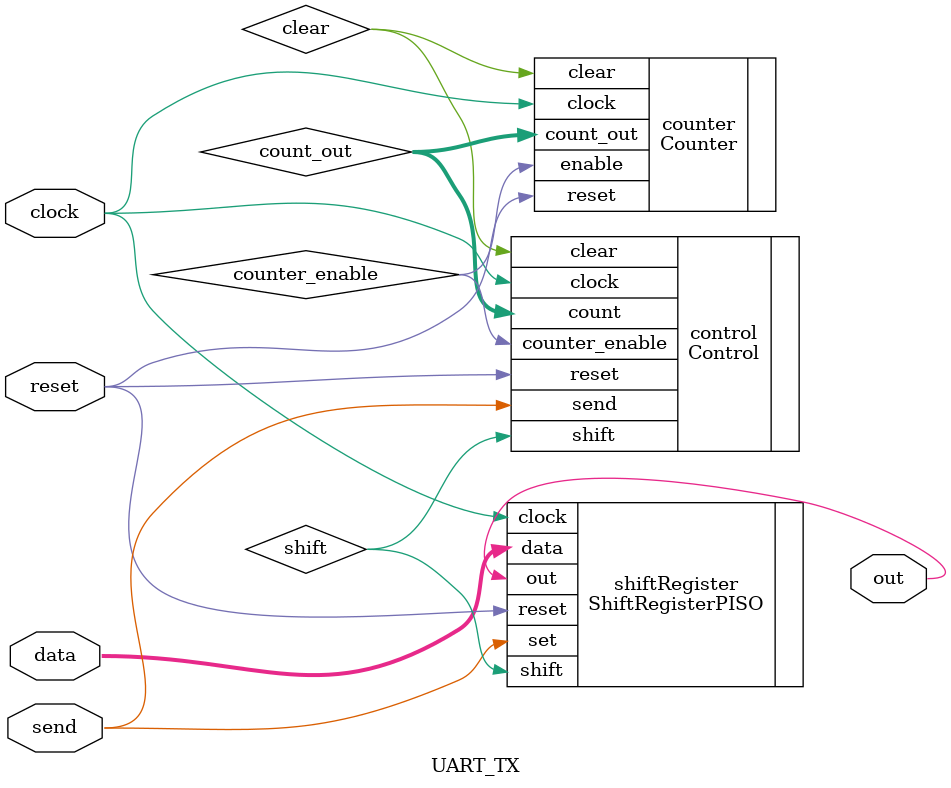
<source format=v>
`include "control.v"
`include "shift_register_PISO.v"
`include "../ReusableComponents/counter.v"

module UART_TX(
    input send,
    input [7:0] data,
    input reset,
    input clock,
    output out
);

wire clear;
wire counter_enable;
wire receive;
wire shift;
wire [15:0] count_out;

Counter #(16) counter (.clock(clock), .enable(counter_enable), .reset(reset), .clear(clear), .count_out(count_out));

ShiftRegisterPISO #(8) shiftRegister(.clock(clock), .reset(reset), .set(send), .shift(shift), .data(data), .out(out));

Control #(16, 8, 8) control(.clock(clock), .reset(reset), .count(count_out), .counter_enable(counter_enable), .clear(clear), .shift(shift), .send(send));

endmodule
</source>
